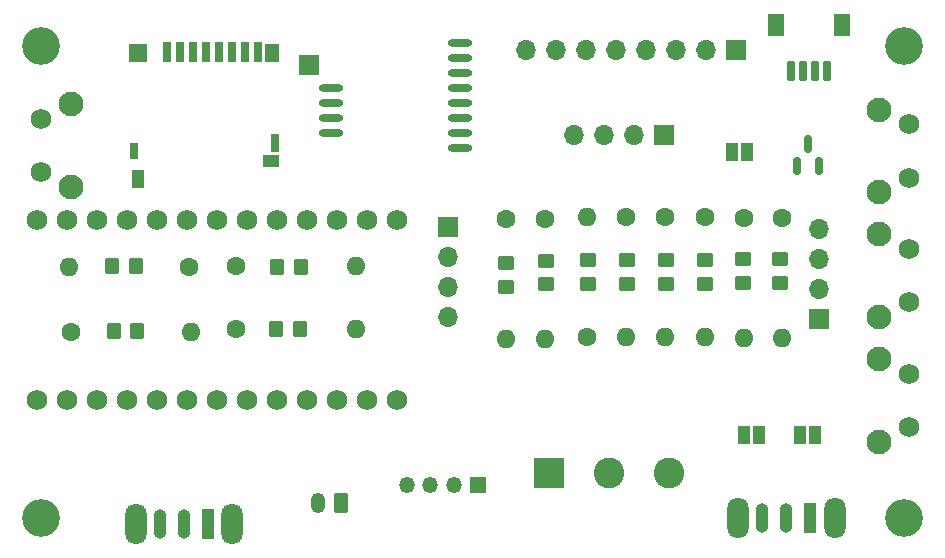
<source format=gbr>
%TF.GenerationSoftware,KiCad,Pcbnew,8.0.6-8.0.6-0~ubuntu24.04.1*%
%TF.CreationDate,2026-02-19T00:00:46-05:00*%
%TF.ProjectId,rook,726f6f6b-2e6b-4696-9361-645f70636258,rev?*%
%TF.SameCoordinates,Original*%
%TF.FileFunction,Soldermask,Top*%
%TF.FilePolarity,Negative*%
%FSLAX46Y46*%
G04 Gerber Fmt 4.6, Leading zero omitted, Abs format (unit mm)*
G04 Created by KiCad (PCBNEW 8.0.6-8.0.6-0~ubuntu24.04.1) date 2026-02-19 00:00:46*
%MOMM*%
%LPD*%
G01*
G04 APERTURE LIST*
G04 Aperture macros list*
%AMRoundRect*
0 Rectangle with rounded corners*
0 $1 Rounding radius*
0 $2 $3 $4 $5 $6 $7 $8 $9 X,Y pos of 4 corners*
0 Add a 4 corners polygon primitive as box body*
4,1,4,$2,$3,$4,$5,$6,$7,$8,$9,$2,$3,0*
0 Add four circle primitives for the rounded corners*
1,1,$1+$1,$2,$3*
1,1,$1+$1,$4,$5*
1,1,$1+$1,$6,$7*
1,1,$1+$1,$8,$9*
0 Add four rect primitives between the rounded corners*
20,1,$1+$1,$2,$3,$4,$5,0*
20,1,$1+$1,$4,$5,$6,$7,0*
20,1,$1+$1,$6,$7,$8,$9,0*
20,1,$1+$1,$8,$9,$2,$3,0*%
G04 Aperture macros list end*
%ADD10RoundRect,0.050800X-0.250000X0.775000X-0.250000X-0.775000X0.250000X-0.775000X0.250000X0.775000X0*%
%ADD11RoundRect,0.050800X-0.600000X0.900000X-0.600000X-0.900000X0.600000X-0.900000X0.600000X0.900000X0*%
%ADD12O,1.200000X1.750000*%
%ADD13RoundRect,0.250000X0.350000X0.625000X-0.350000X0.625000X-0.350000X-0.625000X0.350000X-0.625000X0*%
%ADD14R,1.700000X1.700000*%
%ADD15O,1.700000X1.700000*%
%ADD16R,1.000000X1.500000*%
%ADD17C,1.752600*%
%ADD18O,1.600000X1.600000*%
%ADD19C,1.600000*%
%ADD20C,2.100000*%
%ADD21C,1.750000*%
%ADD22RoundRect,0.250000X-0.350000X-0.450000X0.350000X-0.450000X0.350000X0.450000X-0.350000X0.450000X0*%
%ADD23RoundRect,0.250000X0.450000X-0.350000X0.450000X0.350000X-0.450000X0.350000X-0.450000X-0.350000X0*%
%ADD24C,3.200000*%
%ADD25RoundRect,0.250000X-0.450000X0.350000X-0.450000X-0.350000X0.450000X-0.350000X0.450000X0.350000X0*%
%ADD26RoundRect,0.250000X0.350000X0.450000X-0.350000X0.450000X-0.350000X-0.450000X0.350000X-0.450000X0*%
%ADD27RoundRect,0.150000X0.150000X-0.587500X0.150000X0.587500X-0.150000X0.587500X-0.150000X-0.587500X0*%
%ADD28O,1.800000X3.500000*%
%ADD29R,1.100000X2.500000*%
%ADD30O,1.100000X2.500000*%
%ADD31R,0.700000X1.750000*%
%ADD32R,1.300000X1.500000*%
%ADD33R,0.800000X1.500000*%
%ADD34R,0.800000X1.400000*%
%ADD35R,1.500000X1.500000*%
%ADD36R,1.000000X1.550000*%
%ADD37R,1.450000X1.000000*%
%ADD38O,1.350000X1.350000*%
%ADD39R,1.350000X1.350000*%
%ADD40RoundRect,0.300000X0.750000X0.000010X-0.750000X0.000010X-0.750000X-0.000010X0.750000X-0.000010X0*%
%ADD41R,2.600000X2.600000*%
%ADD42C,2.600000*%
G04 APERTURE END LIST*
D10*
%TO.C,J6*%
X66500000Y-2114000D03*
X65500000Y-2114000D03*
X64500000Y-2114000D03*
X63500000Y-2114000D03*
D11*
X67800000Y1786000D03*
X62200000Y1786000D03*
%TD*%
D12*
%TO.C,J1*%
X23400000Y-38750000D03*
D13*
X25400000Y-38750000D03*
%TD*%
D14*
%TO.C,U5*%
X58840000Y-400000D03*
D15*
X56300000Y-400000D03*
X53760000Y-400000D03*
X51220000Y-400000D03*
X48680000Y-400000D03*
X46140000Y-400000D03*
X43600000Y-400000D03*
X41060000Y-400000D03*
%TD*%
D16*
%TO.C,JP2*%
X65500000Y-33000000D03*
X64200000Y-33000000D03*
%TD*%
D17*
%TO.C,U2*%
X-360000Y-29990000D03*
X-360000Y-14750000D03*
X2180000Y-14750000D03*
X4720000Y-14750000D03*
X7260000Y-14750000D03*
X9800000Y-14750000D03*
X12340000Y-14750000D03*
X14880000Y-14750000D03*
X17420000Y-14750000D03*
X19960000Y-14750000D03*
X22500000Y-14750000D03*
X25040000Y-14750000D03*
X27580000Y-14750000D03*
X30120000Y-14750000D03*
X30120000Y-29990000D03*
X27580000Y-29990000D03*
X25040000Y-29990000D03*
X22500000Y-29990000D03*
X19960000Y-29990000D03*
X17420000Y-29990000D03*
X14880000Y-29990000D03*
X12340000Y-29990000D03*
X9800000Y-29990000D03*
X7260000Y-29990000D03*
X4720000Y-29990000D03*
X2180000Y-29990000D03*
%TD*%
D18*
%TO.C,R10*%
X46200000Y-14545000D03*
D19*
X46200000Y-24705000D03*
%TD*%
D20*
%TO.C,B3*%
X70935000Y-26537500D03*
X70935000Y-33547500D03*
D21*
X73425000Y-27787500D03*
X73425000Y-32287500D03*
%TD*%
D22*
%TO.C,R5*%
X6130000Y-24128570D03*
X8130000Y-24128570D03*
%TD*%
D20*
%TO.C,B1*%
X70935000Y-5412500D03*
X70935000Y-12422500D03*
D21*
X73425000Y-6662500D03*
X73425000Y-11162500D03*
%TD*%
D16*
%TO.C,JP1*%
X60750000Y-33000000D03*
X59450000Y-33000000D03*
%TD*%
D23*
%TO.C,R9*%
X46242860Y-20175000D03*
X46242860Y-18175000D03*
%TD*%
D24*
%TO.C,H4*%
X0Y-40000000D03*
%TD*%
D18*
%TO.C,R13*%
X56142860Y-24705000D03*
D19*
X56142860Y-14545000D03*
%TD*%
D25*
%TO.C,R15*%
X49542860Y-18175000D03*
X49542860Y-20175000D03*
%TD*%
D22*
%TO.C,R20*%
X19900000Y-23950000D03*
X21900000Y-23950000D03*
%TD*%
D26*
%TO.C,R6*%
X8000000Y-18650000D03*
X6000000Y-18650000D03*
%TD*%
D27*
%TO.C,Q2*%
X63950000Y-10200000D03*
X65850000Y-10200000D03*
X64900000Y-8325000D03*
%TD*%
D20*
%TO.C,B2*%
X70935000Y-15975000D03*
X70935000Y-22985000D03*
D21*
X73425000Y-17225000D03*
X73425000Y-21725000D03*
%TD*%
D23*
%TO.C,R16*%
X56142860Y-20175000D03*
X56142860Y-18175000D03*
%TD*%
D18*
%TO.C,R21*%
X62700000Y-24790000D03*
D19*
X62700000Y-14630000D03*
%TD*%
D28*
%TO.C,TFT_BL1*%
X58950000Y-40000000D03*
X67150000Y-40000000D03*
D29*
X65050000Y-40000000D03*
D30*
X63050000Y-40000000D03*
X61050000Y-40000000D03*
%TD*%
D14*
%TO.C,J11*%
X34400000Y-15380000D03*
D15*
X34400000Y-17920000D03*
X34400000Y-20460000D03*
X34400000Y-23000000D03*
%TD*%
D19*
%TO.C,R1*%
X12530000Y-18707145D03*
D18*
X2370000Y-18707145D03*
%TD*%
D31*
%TO.C,J10*%
X10600000Y-525000D03*
X11700000Y-525000D03*
X12800000Y-525000D03*
X13900000Y-525000D03*
X15000000Y-525000D03*
X16100000Y-525000D03*
X17200000Y-525000D03*
X18300000Y-525000D03*
D32*
X19500000Y-650000D03*
D33*
X19750000Y-8250000D03*
D34*
X7800000Y-8900000D03*
D35*
X8150000Y-650000D03*
D36*
X8200000Y-11325000D03*
D37*
X19425000Y-9750000D03*
%TD*%
D24*
%TO.C,H1*%
X0Y0D03*
%TD*%
D23*
%TO.C,R18*%
X52842860Y-20175000D03*
X52842860Y-18175000D03*
%TD*%
D18*
%TO.C,R23*%
X59450000Y-24780000D03*
D19*
X59450000Y-14620000D03*
%TD*%
D25*
%TO.C,R8*%
X42750000Y-18200000D03*
X42750000Y-20200000D03*
%TD*%
D14*
%TO.C,J3*%
X52700000Y-7525000D03*
D15*
X50160000Y-7525000D03*
X47620000Y-7525000D03*
X45080000Y-7525000D03*
%TD*%
D18*
%TO.C,R3*%
X39350000Y-24800000D03*
D19*
X39350000Y-14640000D03*
%TD*%
D25*
%TO.C,R7*%
X39350000Y-18400000D03*
X39350000Y-20400000D03*
%TD*%
D19*
%TO.C,R2*%
X2500000Y-24200000D03*
D18*
X12660000Y-24200000D03*
%TD*%
D38*
%TO.C,U4*%
X30925000Y-37175000D03*
X32925000Y-37175000D03*
X34925000Y-37175000D03*
D39*
X36925000Y-37175000D03*
%TD*%
D24*
%TO.C,H2*%
X73000000Y0D03*
%TD*%
D25*
%TO.C,R22*%
X62550000Y-18090000D03*
X62550000Y-20090000D03*
%TD*%
D18*
%TO.C,R11*%
X52828570Y-24705000D03*
D19*
X52828570Y-14545000D03*
%TD*%
D25*
%TO.C,R24*%
X59400000Y-18080000D03*
X59400000Y-20080000D03*
%TD*%
D24*
%TO.C,H3*%
X73000000Y-40000000D03*
%TD*%
D19*
%TO.C,R19*%
X16440000Y-23950000D03*
D18*
X26600000Y-23950000D03*
%TD*%
D30*
%TO.C,J8*%
X10075000Y-40500000D03*
X12075000Y-40500000D03*
D29*
X14075000Y-40500000D03*
D28*
X16175000Y-40500000D03*
X7975000Y-40500000D03*
%TD*%
D40*
%TO.C,U1*%
X35450000Y-8650000D03*
X35450000Y-7380000D03*
X35450000Y-6110000D03*
X35450000Y-4840000D03*
X35450000Y-3570000D03*
X35450000Y-2300000D03*
X35450000Y-1030000D03*
X35450000Y240000D03*
X24550000Y-3570000D03*
X24550000Y-4840000D03*
X24550000Y-6110000D03*
X24550000Y-7380000D03*
%TD*%
D41*
%TO.C,J7*%
X42975000Y-36175000D03*
D42*
X48055000Y-36175000D03*
X53135000Y-36175000D03*
%TD*%
D20*
%TO.C,RESET1*%
X2490000Y-11950000D03*
X2490000Y-4940000D03*
D21*
X0Y-10700000D03*
X0Y-6200000D03*
%TD*%
D14*
%TO.C,J4*%
X22640000Y-1670000D03*
%TD*%
D18*
%TO.C,R12*%
X49514285Y-24705000D03*
D19*
X49514285Y-14545000D03*
%TD*%
D18*
%TO.C,R14*%
X26660000Y-18650000D03*
D19*
X16500000Y-18650000D03*
%TD*%
D22*
%TO.C,R17*%
X19960000Y-18700000D03*
X21960000Y-18700000D03*
%TD*%
D18*
%TO.C,R4*%
X42664285Y-24800000D03*
D19*
X42664285Y-14640000D03*
%TD*%
D16*
%TO.C,JP3*%
X58450000Y-9000000D03*
X59750000Y-9000000D03*
%TD*%
D14*
%TO.C,J2*%
X65800000Y-23162500D03*
D15*
X65800000Y-20622500D03*
X65800000Y-18082500D03*
X65800000Y-15542500D03*
%TD*%
M02*

</source>
